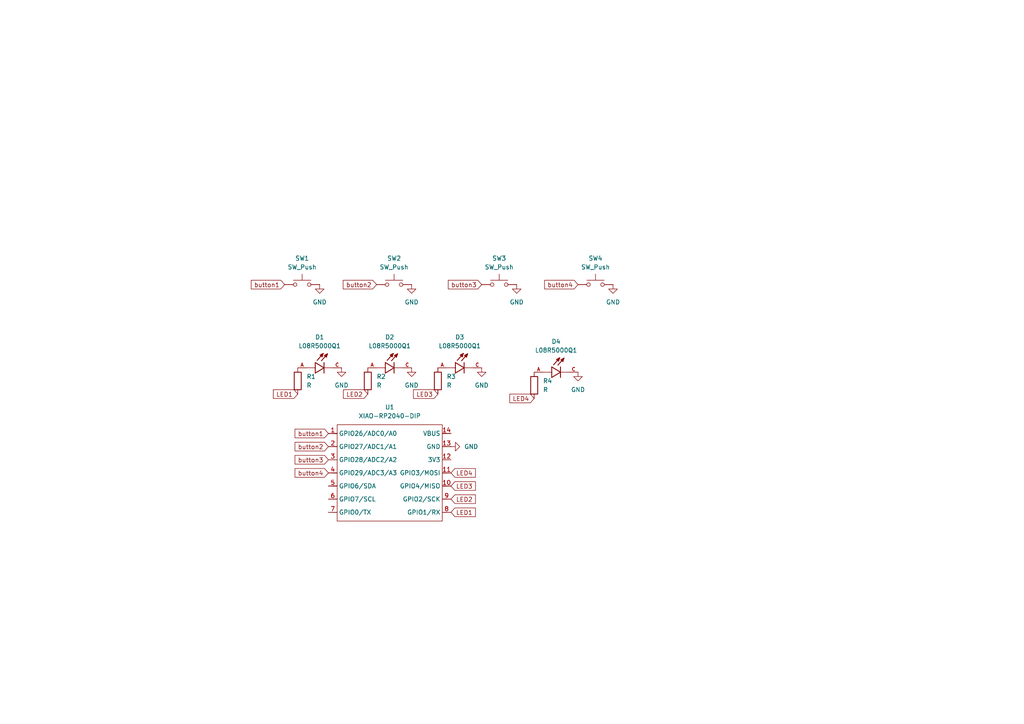
<source format=kicad_sch>
(kicad_sch
	(version 20250114)
	(generator "eeschema")
	(generator_version "9.0")
	(uuid "5b0e6531-4a99-4365-84a6-97d2a30b5a45")
	(paper "A4")
	(lib_symbols
		(symbol "Device:R"
			(pin_numbers
				(hide yes)
			)
			(pin_names
				(offset 0)
			)
			(exclude_from_sim no)
			(in_bom yes)
			(on_board yes)
			(property "Reference" "R"
				(at 2.032 0 90)
				(effects
					(font
						(size 1.27 1.27)
					)
				)
			)
			(property "Value" "R"
				(at 0 0 90)
				(effects
					(font
						(size 1.27 1.27)
					)
				)
			)
			(property "Footprint" ""
				(at -1.778 0 90)
				(effects
					(font
						(size 1.27 1.27)
					)
					(hide yes)
				)
			)
			(property "Datasheet" "~"
				(at 0 0 0)
				(effects
					(font
						(size 1.27 1.27)
					)
					(hide yes)
				)
			)
			(property "Description" "Resistor"
				(at 0 0 0)
				(effects
					(font
						(size 1.27 1.27)
					)
					(hide yes)
				)
			)
			(property "ki_keywords" "R res resistor"
				(at 0 0 0)
				(effects
					(font
						(size 1.27 1.27)
					)
					(hide yes)
				)
			)
			(property "ki_fp_filters" "R_*"
				(at 0 0 0)
				(effects
					(font
						(size 1.27 1.27)
					)
					(hide yes)
				)
			)
			(symbol "R_0_1"
				(rectangle
					(start -1.016 -2.54)
					(end 1.016 2.54)
					(stroke
						(width 0.254)
						(type default)
					)
					(fill
						(type none)
					)
				)
			)
			(symbol "R_1_1"
				(pin passive line
					(at 0 3.81 270)
					(length 1.27)
					(name "~"
						(effects
							(font
								(size 1.27 1.27)
							)
						)
					)
					(number "1"
						(effects
							(font
								(size 1.27 1.27)
							)
						)
					)
				)
				(pin passive line
					(at 0 -3.81 90)
					(length 1.27)
					(name "~"
						(effects
							(font
								(size 1.27 1.27)
							)
						)
					)
					(number "2"
						(effects
							(font
								(size 1.27 1.27)
							)
						)
					)
				)
			)
			(embedded_fonts no)
		)
		(symbol "L08R5000Q1:L08R5000Q1"
			(pin_names
				(offset 1.016)
			)
			(exclude_from_sim no)
			(in_bom yes)
			(on_board yes)
			(property "Reference" "D"
				(at -3.0988 4.4958 0)
				(effects
					(font
						(size 1.27 1.27)
					)
					(justify left bottom)
				)
			)
			(property "Value" "L08R5000Q1"
				(at -3.556 -3.302 0)
				(effects
					(font
						(size 1.27 1.27)
					)
					(justify left bottom)
				)
			)
			(property "Footprint" "L08R5000Q1:LEDRD254W57D500H1070"
				(at 0 0 0)
				(effects
					(font
						(size 1.27 1.27)
					)
					(justify bottom)
					(hide yes)
				)
			)
			(property "Datasheet" ""
				(at 0 0 0)
				(effects
					(font
						(size 1.27 1.27)
					)
					(hide yes)
				)
			)
			(property "Description" ""
				(at 0 0 0)
				(effects
					(font
						(size 1.27 1.27)
					)
					(hide yes)
				)
			)
			(property "MF" "LED Technology"
				(at 0 0 0)
				(effects
					(font
						(size 1.27 1.27)
					)
					(justify bottom)
					(hide yes)
				)
			)
			(property "MAXIMUM_PACKAGE_HEIGHT" "10.7mm"
				(at 0 0 0)
				(effects
					(font
						(size 1.27 1.27)
					)
					(justify bottom)
					(hide yes)
				)
			)
			(property "Package" "None"
				(at 0 0 0)
				(effects
					(font
						(size 1.27 1.27)
					)
					(justify bottom)
					(hide yes)
				)
			)
			(property "Price" "None"
				(at 0 0 0)
				(effects
					(font
						(size 1.27 1.27)
					)
					(justify bottom)
					(hide yes)
				)
			)
			(property "Check_prices" "https://www.snapeda.com/parts/L08R5000Q1/LED+Technology/view-part/?ref=eda"
				(at 0 0 0)
				(effects
					(font
						(size 1.27 1.27)
					)
					(justify bottom)
					(hide yes)
				)
			)
			(property "STANDARD" "IPC-7351B"
				(at 0 0 0)
				(effects
					(font
						(size 1.27 1.27)
					)
					(justify bottom)
					(hide yes)
				)
			)
			(property "PARTREV" "NA"
				(at 0 0 0)
				(effects
					(font
						(size 1.27 1.27)
					)
					(justify bottom)
					(hide yes)
				)
			)
			(property "SnapEDA_Link" "https://www.snapeda.com/parts/L08R5000Q1/LED+Technology/view-part/?ref=snap"
				(at 0 0 0)
				(effects
					(font
						(size 1.27 1.27)
					)
					(justify bottom)
					(hide yes)
				)
			)
			(property "MP" "L08R5000Q1"
				(at 0 0 0)
				(effects
					(font
						(size 1.27 1.27)
					)
					(justify bottom)
					(hide yes)
				)
			)
			(property "Description_1" "LED, 5MM, ORANGE; LED / Lamp Size: 5mm / T-1 3/4; LED Colour: Orange; Typ Luminous Intensity: 4.3mcd; Viewing Angle: ..."
				(at 0 0 0)
				(effects
					(font
						(size 1.27 1.27)
					)
					(justify bottom)
					(hide yes)
				)
			)
			(property "Availability" "Not in stock"
				(at 0 0 0)
				(effects
					(font
						(size 1.27 1.27)
					)
					(justify bottom)
					(hide yes)
				)
			)
			(property "MANUFACTURER" "LED TECHNOLOGY"
				(at 0 0 0)
				(effects
					(font
						(size 1.27 1.27)
					)
					(justify bottom)
					(hide yes)
				)
			)
			(symbol "L08R5000Q1_0_0"
				(polyline
					(pts
						(xy -2.54 1.524) (xy -2.54 0)
					)
					(stroke
						(width 0.254)
						(type default)
					)
					(fill
						(type none)
					)
				)
				(polyline
					(pts
						(xy -2.54 0) (xy -5.08 0)
					)
					(stroke
						(width 0.1524)
						(type default)
					)
					(fill
						(type none)
					)
				)
				(polyline
					(pts
						(xy -2.54 0) (xy -2.54 -1.524)
					)
					(stroke
						(width 0.254)
						(type default)
					)
					(fill
						(type none)
					)
				)
				(polyline
					(pts
						(xy -2.54 -1.524) (xy 0 0)
					)
					(stroke
						(width 0.254)
						(type default)
					)
					(fill
						(type none)
					)
				)
				(polyline
					(pts
						(xy -1.1176 3.683) (xy -0.2286 4.1656)
					)
					(stroke
						(width 0.254)
						(type default)
					)
					(fill
						(type none)
					)
				)
				(polyline
					(pts
						(xy -0.9398 3.6068) (xy -0.7112 3.7592)
					)
					(stroke
						(width 0.254)
						(type default)
					)
					(fill
						(type none)
					)
				)
				(polyline
					(pts
						(xy -0.5588 3.2004) (xy -1.1176 3.683)
					)
					(stroke
						(width 0.254)
						(type default)
					)
					(fill
						(type none)
					)
				)
				(polyline
					(pts
						(xy -0.5588 3.2004) (xy -0.5334 3.937)
					)
					(stroke
						(width 0.254)
						(type default)
					)
					(fill
						(type none)
					)
				)
				(polyline
					(pts
						(xy -0.5334 3.937) (xy -0.6604 3.937)
					)
					(stroke
						(width 0.254)
						(type default)
					)
					(fill
						(type none)
					)
				)
				(polyline
					(pts
						(xy -0.2286 4.1656) (xy -2.0066 2.1336)
					)
					(stroke
						(width 0.254)
						(type default)
					)
					(fill
						(type none)
					)
				)
				(polyline
					(pts
						(xy -0.2286 4.1656) (xy -0.5588 3.2004)
					)
					(stroke
						(width 0.254)
						(type default)
					)
					(fill
						(type none)
					)
				)
				(polyline
					(pts
						(xy 0 1.524) (xy 0 0)
					)
					(stroke
						(width 0.254)
						(type default)
					)
					(fill
						(type none)
					)
				)
				(polyline
					(pts
						(xy 0 0) (xy -2.54 1.524)
					)
					(stroke
						(width 0.254)
						(type default)
					)
					(fill
						(type none)
					)
				)
				(polyline
					(pts
						(xy 0 0) (xy 0 -1.524)
					)
					(stroke
						(width 0.254)
						(type default)
					)
					(fill
						(type none)
					)
				)
				(polyline
					(pts
						(xy 0.127 3.5814) (xy 1.016 4.064)
					)
					(stroke
						(width 0.254)
						(type default)
					)
					(fill
						(type none)
					)
				)
				(polyline
					(pts
						(xy 0.3048 3.5052) (xy 0.5334 3.6576)
					)
					(stroke
						(width 0.254)
						(type default)
					)
					(fill
						(type none)
					)
				)
				(polyline
					(pts
						(xy 0.6858 3.0988) (xy 0.127 3.5814)
					)
					(stroke
						(width 0.254)
						(type default)
					)
					(fill
						(type none)
					)
				)
				(polyline
					(pts
						(xy 0.6858 3.0988) (xy 0.7112 3.8354)
					)
					(stroke
						(width 0.254)
						(type default)
					)
					(fill
						(type none)
					)
				)
				(polyline
					(pts
						(xy 0.7112 3.8354) (xy 0.5842 3.8354)
					)
					(stroke
						(width 0.254)
						(type default)
					)
					(fill
						(type none)
					)
				)
				(polyline
					(pts
						(xy 1.016 4.064) (xy -0.762 2.032)
					)
					(stroke
						(width 0.254)
						(type default)
					)
					(fill
						(type none)
					)
				)
				(polyline
					(pts
						(xy 1.016 4.064) (xy 0.6858 3.0988)
					)
					(stroke
						(width 0.254)
						(type default)
					)
					(fill
						(type none)
					)
				)
				(polyline
					(pts
						(xy 2.54 0) (xy 0 0)
					)
					(stroke
						(width 0.1524)
						(type default)
					)
					(fill
						(type none)
					)
				)
				(pin passive line
					(at -7.62 0 0)
					(length 2.54)
					(name "~"
						(effects
							(font
								(size 1.016 1.016)
							)
						)
					)
					(number "A"
						(effects
							(font
								(size 1.016 1.016)
							)
						)
					)
				)
				(pin passive line
					(at 5.08 0 180)
					(length 2.54)
					(name "~"
						(effects
							(font
								(size 1.016 1.016)
							)
						)
					)
					(number "C"
						(effects
							(font
								(size 1.016 1.016)
							)
						)
					)
				)
			)
			(embedded_fonts no)
		)
		(symbol "Seeed_Studio_XIAO_Series:XIAO-RP2040-DIP"
			(exclude_from_sim no)
			(in_bom yes)
			(on_board yes)
			(property "Reference" "U"
				(at 0 0 0)
				(effects
					(font
						(size 1.27 1.27)
					)
				)
			)
			(property "Value" "XIAO-RP2040-DIP"
				(at 5.334 -1.778 0)
				(effects
					(font
						(size 1.27 1.27)
					)
				)
			)
			(property "Footprint" "Module:MOUDLE14P-XIAO-DIP-SMD"
				(at 14.478 -32.258 0)
				(effects
					(font
						(size 1.27 1.27)
					)
					(hide yes)
				)
			)
			(property "Datasheet" ""
				(at 0 0 0)
				(effects
					(font
						(size 1.27 1.27)
					)
					(hide yes)
				)
			)
			(property "Description" ""
				(at 0 0 0)
				(effects
					(font
						(size 1.27 1.27)
					)
					(hide yes)
				)
			)
			(symbol "XIAO-RP2040-DIP_1_0"
				(polyline
					(pts
						(xy -1.27 -2.54) (xy 29.21 -2.54)
					)
					(stroke
						(width 0.1524)
						(type solid)
					)
					(fill
						(type none)
					)
				)
				(polyline
					(pts
						(xy -1.27 -5.08) (xy -2.54 -5.08)
					)
					(stroke
						(width 0.1524)
						(type solid)
					)
					(fill
						(type none)
					)
				)
				(polyline
					(pts
						(xy -1.27 -5.08) (xy -1.27 -2.54)
					)
					(stroke
						(width 0.1524)
						(type solid)
					)
					(fill
						(type none)
					)
				)
				(polyline
					(pts
						(xy -1.27 -8.89) (xy -2.54 -8.89)
					)
					(stroke
						(width 0.1524)
						(type solid)
					)
					(fill
						(type none)
					)
				)
				(polyline
					(pts
						(xy -1.27 -8.89) (xy -1.27 -5.08)
					)
					(stroke
						(width 0.1524)
						(type solid)
					)
					(fill
						(type none)
					)
				)
				(polyline
					(pts
						(xy -1.27 -12.7) (xy -2.54 -12.7)
					)
					(stroke
						(width 0.1524)
						(type solid)
					)
					(fill
						(type none)
					)
				)
				(polyline
					(pts
						(xy -1.27 -12.7) (xy -1.27 -8.89)
					)
					(stroke
						(width 0.1524)
						(type solid)
					)
					(fill
						(type none)
					)
				)
				(polyline
					(pts
						(xy -1.27 -16.51) (xy -2.54 -16.51)
					)
					(stroke
						(width 0.1524)
						(type solid)
					)
					(fill
						(type none)
					)
				)
				(polyline
					(pts
						(xy -1.27 -16.51) (xy -1.27 -12.7)
					)
					(stroke
						(width 0.1524)
						(type solid)
					)
					(fill
						(type none)
					)
				)
				(polyline
					(pts
						(xy -1.27 -20.32) (xy -2.54 -20.32)
					)
					(stroke
						(width 0.1524)
						(type solid)
					)
					(fill
						(type none)
					)
				)
				(polyline
					(pts
						(xy -1.27 -24.13) (xy -2.54 -24.13)
					)
					(stroke
						(width 0.1524)
						(type solid)
					)
					(fill
						(type none)
					)
				)
				(polyline
					(pts
						(xy -1.27 -27.94) (xy -2.54 -27.94)
					)
					(stroke
						(width 0.1524)
						(type solid)
					)
					(fill
						(type none)
					)
				)
				(polyline
					(pts
						(xy -1.27 -30.48) (xy -1.27 -16.51)
					)
					(stroke
						(width 0.1524)
						(type solid)
					)
					(fill
						(type none)
					)
				)
				(polyline
					(pts
						(xy 29.21 -2.54) (xy 29.21 -5.08)
					)
					(stroke
						(width 0.1524)
						(type solid)
					)
					(fill
						(type none)
					)
				)
				(polyline
					(pts
						(xy 29.21 -5.08) (xy 29.21 -8.89)
					)
					(stroke
						(width 0.1524)
						(type solid)
					)
					(fill
						(type none)
					)
				)
				(polyline
					(pts
						(xy 29.21 -8.89) (xy 29.21 -12.7)
					)
					(stroke
						(width 0.1524)
						(type solid)
					)
					(fill
						(type none)
					)
				)
				(polyline
					(pts
						(xy 29.21 -12.7) (xy 29.21 -30.48)
					)
					(stroke
						(width 0.1524)
						(type solid)
					)
					(fill
						(type none)
					)
				)
				(polyline
					(pts
						(xy 29.21 -30.48) (xy -1.27 -30.48)
					)
					(stroke
						(width 0.1524)
						(type solid)
					)
					(fill
						(type none)
					)
				)
				(polyline
					(pts
						(xy 30.48 -5.08) (xy 29.21 -5.08)
					)
					(stroke
						(width 0.1524)
						(type solid)
					)
					(fill
						(type none)
					)
				)
				(polyline
					(pts
						(xy 30.48 -8.89) (xy 29.21 -8.89)
					)
					(stroke
						(width 0.1524)
						(type solid)
					)
					(fill
						(type none)
					)
				)
				(polyline
					(pts
						(xy 30.48 -12.7) (xy 29.21 -12.7)
					)
					(stroke
						(width 0.1524)
						(type solid)
					)
					(fill
						(type none)
					)
				)
				(polyline
					(pts
						(xy 30.48 -16.51) (xy 29.21 -16.51)
					)
					(stroke
						(width 0.1524)
						(type solid)
					)
					(fill
						(type none)
					)
				)
				(polyline
					(pts
						(xy 30.48 -20.32) (xy 29.21 -20.32)
					)
					(stroke
						(width 0.1524)
						(type solid)
					)
					(fill
						(type none)
					)
				)
				(polyline
					(pts
						(xy 30.48 -24.13) (xy 29.21 -24.13)
					)
					(stroke
						(width 0.1524)
						(type solid)
					)
					(fill
						(type none)
					)
				)
				(polyline
					(pts
						(xy 30.48 -27.94) (xy 29.21 -27.94)
					)
					(stroke
						(width 0.1524)
						(type solid)
					)
					(fill
						(type none)
					)
				)
				(pin passive line
					(at -3.81 -5.08 0)
					(length 2.54)
					(name "GPIO26/ADC0/A0"
						(effects
							(font
								(size 1.27 1.27)
							)
						)
					)
					(number "1"
						(effects
							(font
								(size 1.27 1.27)
							)
						)
					)
				)
				(pin passive line
					(at -3.81 -8.89 0)
					(length 2.54)
					(name "GPIO27/ADC1/A1"
						(effects
							(font
								(size 1.27 1.27)
							)
						)
					)
					(number "2"
						(effects
							(font
								(size 1.27 1.27)
							)
						)
					)
				)
				(pin passive line
					(at -3.81 -12.7 0)
					(length 2.54)
					(name "GPIO28/ADC2/A2"
						(effects
							(font
								(size 1.27 1.27)
							)
						)
					)
					(number "3"
						(effects
							(font
								(size 1.27 1.27)
							)
						)
					)
				)
				(pin passive line
					(at -3.81 -16.51 0)
					(length 2.54)
					(name "GPIO29/ADC3/A3"
						(effects
							(font
								(size 1.27 1.27)
							)
						)
					)
					(number "4"
						(effects
							(font
								(size 1.27 1.27)
							)
						)
					)
				)
				(pin passive line
					(at -3.81 -20.32 0)
					(length 2.54)
					(name "GPIO6/SDA"
						(effects
							(font
								(size 1.27 1.27)
							)
						)
					)
					(number "5"
						(effects
							(font
								(size 1.27 1.27)
							)
						)
					)
				)
				(pin passive line
					(at -3.81 -24.13 0)
					(length 2.54)
					(name "GPIO7/SCL"
						(effects
							(font
								(size 1.27 1.27)
							)
						)
					)
					(number "6"
						(effects
							(font
								(size 1.27 1.27)
							)
						)
					)
				)
				(pin passive line
					(at -3.81 -27.94 0)
					(length 2.54)
					(name "GPIO0/TX"
						(effects
							(font
								(size 1.27 1.27)
							)
						)
					)
					(number "7"
						(effects
							(font
								(size 1.27 1.27)
							)
						)
					)
				)
				(pin passive line
					(at 31.75 -5.08 180)
					(length 2.54)
					(name "VBUS"
						(effects
							(font
								(size 1.27 1.27)
							)
						)
					)
					(number "14"
						(effects
							(font
								(size 1.27 1.27)
							)
						)
					)
				)
				(pin passive line
					(at 31.75 -8.89 180)
					(length 2.54)
					(name "GND"
						(effects
							(font
								(size 1.27 1.27)
							)
						)
					)
					(number "13"
						(effects
							(font
								(size 1.27 1.27)
							)
						)
					)
				)
				(pin passive line
					(at 31.75 -12.7 180)
					(length 2.54)
					(name "3V3"
						(effects
							(font
								(size 1.27 1.27)
							)
						)
					)
					(number "12"
						(effects
							(font
								(size 1.27 1.27)
							)
						)
					)
				)
				(pin passive line
					(at 31.75 -16.51 180)
					(length 2.54)
					(name "GPIO3/MOSI"
						(effects
							(font
								(size 1.27 1.27)
							)
						)
					)
					(number "11"
						(effects
							(font
								(size 1.27 1.27)
							)
						)
					)
				)
				(pin passive line
					(at 31.75 -20.32 180)
					(length 2.54)
					(name "GPIO4/MISO"
						(effects
							(font
								(size 1.27 1.27)
							)
						)
					)
					(number "10"
						(effects
							(font
								(size 1.27 1.27)
							)
						)
					)
				)
				(pin passive line
					(at 31.75 -24.13 180)
					(length 2.54)
					(name "GPIO2/SCK"
						(effects
							(font
								(size 1.27 1.27)
							)
						)
					)
					(number "9"
						(effects
							(font
								(size 1.27 1.27)
							)
						)
					)
				)
				(pin passive line
					(at 31.75 -27.94 180)
					(length 2.54)
					(name "GPIO1/RX"
						(effects
							(font
								(size 1.27 1.27)
							)
						)
					)
					(number "8"
						(effects
							(font
								(size 1.27 1.27)
							)
						)
					)
				)
			)
			(embedded_fonts no)
		)
		(symbol "Switch:SW_Push"
			(pin_numbers
				(hide yes)
			)
			(pin_names
				(offset 1.016)
				(hide yes)
			)
			(exclude_from_sim no)
			(in_bom yes)
			(on_board yes)
			(property "Reference" "SW"
				(at 1.27 2.54 0)
				(effects
					(font
						(size 1.27 1.27)
					)
					(justify left)
				)
			)
			(property "Value" "SW_Push"
				(at 0 -1.524 0)
				(effects
					(font
						(size 1.27 1.27)
					)
				)
			)
			(property "Footprint" ""
				(at 0 5.08 0)
				(effects
					(font
						(size 1.27 1.27)
					)
					(hide yes)
				)
			)
			(property "Datasheet" "~"
				(at 0 5.08 0)
				(effects
					(font
						(size 1.27 1.27)
					)
					(hide yes)
				)
			)
			(property "Description" "Push button switch, generic, two pins"
				(at 0 0 0)
				(effects
					(font
						(size 1.27 1.27)
					)
					(hide yes)
				)
			)
			(property "ki_keywords" "switch normally-open pushbutton push-button"
				(at 0 0 0)
				(effects
					(font
						(size 1.27 1.27)
					)
					(hide yes)
				)
			)
			(symbol "SW_Push_0_1"
				(circle
					(center -2.032 0)
					(radius 0.508)
					(stroke
						(width 0)
						(type default)
					)
					(fill
						(type none)
					)
				)
				(polyline
					(pts
						(xy 0 1.27) (xy 0 3.048)
					)
					(stroke
						(width 0)
						(type default)
					)
					(fill
						(type none)
					)
				)
				(circle
					(center 2.032 0)
					(radius 0.508)
					(stroke
						(width 0)
						(type default)
					)
					(fill
						(type none)
					)
				)
				(polyline
					(pts
						(xy 2.54 1.27) (xy -2.54 1.27)
					)
					(stroke
						(width 0)
						(type default)
					)
					(fill
						(type none)
					)
				)
				(pin passive line
					(at -5.08 0 0)
					(length 2.54)
					(name "1"
						(effects
							(font
								(size 1.27 1.27)
							)
						)
					)
					(number "1"
						(effects
							(font
								(size 1.27 1.27)
							)
						)
					)
				)
				(pin passive line
					(at 5.08 0 180)
					(length 2.54)
					(name "2"
						(effects
							(font
								(size 1.27 1.27)
							)
						)
					)
					(number "2"
						(effects
							(font
								(size 1.27 1.27)
							)
						)
					)
				)
			)
			(embedded_fonts no)
		)
		(symbol "power:GND"
			(power)
			(pin_numbers
				(hide yes)
			)
			(pin_names
				(offset 0)
				(hide yes)
			)
			(exclude_from_sim no)
			(in_bom yes)
			(on_board yes)
			(property "Reference" "#PWR"
				(at 0 -6.35 0)
				(effects
					(font
						(size 1.27 1.27)
					)
					(hide yes)
				)
			)
			(property "Value" "GND"
				(at 0 -3.81 0)
				(effects
					(font
						(size 1.27 1.27)
					)
				)
			)
			(property "Footprint" ""
				(at 0 0 0)
				(effects
					(font
						(size 1.27 1.27)
					)
					(hide yes)
				)
			)
			(property "Datasheet" ""
				(at 0 0 0)
				(effects
					(font
						(size 1.27 1.27)
					)
					(hide yes)
				)
			)
			(property "Description" "Power symbol creates a global label with name \"GND\" , ground"
				(at 0 0 0)
				(effects
					(font
						(size 1.27 1.27)
					)
					(hide yes)
				)
			)
			(property "ki_keywords" "global power"
				(at 0 0 0)
				(effects
					(font
						(size 1.27 1.27)
					)
					(hide yes)
				)
			)
			(symbol "GND_0_1"
				(polyline
					(pts
						(xy 0 0) (xy 0 -1.27) (xy 1.27 -1.27) (xy 0 -2.54) (xy -1.27 -1.27) (xy 0 -1.27)
					)
					(stroke
						(width 0)
						(type default)
					)
					(fill
						(type none)
					)
				)
			)
			(symbol "GND_1_1"
				(pin power_in line
					(at 0 0 270)
					(length 0)
					(name "~"
						(effects
							(font
								(size 1.27 1.27)
							)
						)
					)
					(number "1"
						(effects
							(font
								(size 1.27 1.27)
							)
						)
					)
				)
			)
			(embedded_fonts no)
		)
	)
	(global_label "button4"
		(shape input)
		(at 95.25 137.16 180)
		(fields_autoplaced yes)
		(effects
			(font
				(size 1.27 1.27)
			)
			(justify right)
		)
		(uuid "21b6498b-d04b-4239-9477-a88495545a91")
		(property "Intersheetrefs" "${INTERSHEET_REFS}"
			(at 85.0079 137.16 0)
			(effects
				(font
					(size 1.27 1.27)
				)
				(justify right)
				(hide yes)
			)
		)
	)
	(global_label "button1"
		(shape input)
		(at 95.25 125.73 180)
		(fields_autoplaced yes)
		(effects
			(font
				(size 1.27 1.27)
			)
			(justify right)
		)
		(uuid "23641a44-c4d7-491a-9b02-873c0b6c2463")
		(property "Intersheetrefs" "${INTERSHEET_REFS}"
			(at 85.0079 125.73 0)
			(effects
				(font
					(size 1.27 1.27)
				)
				(justify right)
				(hide yes)
			)
		)
	)
	(global_label "button1"
		(shape input)
		(at 82.55 82.55 180)
		(fields_autoplaced yes)
		(effects
			(font
				(size 1.27 1.27)
			)
			(justify right)
		)
		(uuid "2dec81f8-29b7-4db8-b448-2a8144e7bb7f")
		(property "Intersheetrefs" "${INTERSHEET_REFS}"
			(at 72.3079 82.55 0)
			(effects
				(font
					(size 1.27 1.27)
				)
				(justify right)
				(hide yes)
			)
		)
	)
	(global_label "LED3"
		(shape input)
		(at 127 114.3 180)
		(fields_autoplaced yes)
		(effects
			(font
				(size 1.27 1.27)
			)
			(justify right)
		)
		(uuid "337ea501-6f06-4686-802d-a1a9ef08b1f1")
		(property "Intersheetrefs" "${INTERSHEET_REFS}"
			(at 119.3582 114.3 0)
			(effects
				(font
					(size 1.27 1.27)
				)
				(justify right)
				(hide yes)
			)
		)
	)
	(global_label "LED2"
		(shape input)
		(at 130.81 144.78 0)
		(fields_autoplaced yes)
		(effects
			(font
				(size 1.27 1.27)
			)
			(justify left)
		)
		(uuid "4ef1d3f3-941e-4bca-9c13-6f134a509337")
		(property "Intersheetrefs" "${INTERSHEET_REFS}"
			(at 138.4518 144.78 0)
			(effects
				(font
					(size 1.27 1.27)
				)
				(justify left)
				(hide yes)
			)
		)
	)
	(global_label "LED1"
		(shape input)
		(at 86.36 114.3 180)
		(fields_autoplaced yes)
		(effects
			(font
				(size 1.27 1.27)
			)
			(justify right)
		)
		(uuid "67ceb209-bd90-4d03-b2ba-06eb0ea3e6b1")
		(property "Intersheetrefs" "${INTERSHEET_REFS}"
			(at 78.7182 114.3 0)
			(effects
				(font
					(size 1.27 1.27)
				)
				(justify right)
				(hide yes)
			)
		)
	)
	(global_label "LED4"
		(shape input)
		(at 154.94 115.57 180)
		(fields_autoplaced yes)
		(effects
			(font
				(size 1.27 1.27)
			)
			(justify right)
		)
		(uuid "6d837585-b97e-462a-a80f-ba6f6981e91c")
		(property "Intersheetrefs" "${INTERSHEET_REFS}"
			(at 147.2982 115.57 0)
			(effects
				(font
					(size 1.27 1.27)
				)
				(justify right)
				(hide yes)
			)
		)
	)
	(global_label "LED2"
		(shape input)
		(at 106.68 114.3 180)
		(fields_autoplaced yes)
		(effects
			(font
				(size 1.27 1.27)
			)
			(justify right)
		)
		(uuid "8a3e73f6-737d-41e5-b824-ee5405ed410f")
		(property "Intersheetrefs" "${INTERSHEET_REFS}"
			(at 99.0382 114.3 0)
			(effects
				(font
					(size 1.27 1.27)
				)
				(justify right)
				(hide yes)
			)
		)
	)
	(global_label "LED1"
		(shape input)
		(at 130.81 148.59 0)
		(fields_autoplaced yes)
		(effects
			(font
				(size 1.27 1.27)
			)
			(justify left)
		)
		(uuid "98f035f7-901f-458d-a480-8eab557e8ae4")
		(property "Intersheetrefs" "${INTERSHEET_REFS}"
			(at 138.4518 148.59 0)
			(effects
				(font
					(size 1.27 1.27)
				)
				(justify left)
				(hide yes)
			)
		)
	)
	(global_label "button2"
		(shape input)
		(at 95.25 129.54 180)
		(fields_autoplaced yes)
		(effects
			(font
				(size 1.27 1.27)
			)
			(justify right)
		)
		(uuid "9f50d061-e6db-4217-aa6a-f852358ed6ac")
		(property "Intersheetrefs" "${INTERSHEET_REFS}"
			(at 85.0079 129.54 0)
			(effects
				(font
					(size 1.27 1.27)
				)
				(justify right)
				(hide yes)
			)
		)
	)
	(global_label "LED4"
		(shape input)
		(at 130.81 137.16 0)
		(fields_autoplaced yes)
		(effects
			(font
				(size 1.27 1.27)
			)
			(justify left)
		)
		(uuid "af99723a-f687-4804-a9ca-96e1b6da0cc4")
		(property "Intersheetrefs" "${INTERSHEET_REFS}"
			(at 138.4518 137.16 0)
			(effects
				(font
					(size 1.27 1.27)
				)
				(justify left)
				(hide yes)
			)
		)
	)
	(global_label "button2"
		(shape input)
		(at 109.22 82.55 180)
		(fields_autoplaced yes)
		(effects
			(font
				(size 1.27 1.27)
			)
			(justify right)
		)
		(uuid "bd4d1891-20ec-4c55-b13d-b55d2e9bdd19")
		(property "Intersheetrefs" "${INTERSHEET_REFS}"
			(at 98.9779 82.55 0)
			(effects
				(font
					(size 1.27 1.27)
				)
				(justify right)
				(hide yes)
			)
		)
	)
	(global_label "button3"
		(shape input)
		(at 95.25 133.35 180)
		(fields_autoplaced yes)
		(effects
			(font
				(size 1.27 1.27)
			)
			(justify right)
		)
		(uuid "c81cacb7-dde4-48f2-8442-39322ed267e4")
		(property "Intersheetrefs" "${INTERSHEET_REFS}"
			(at 85.0079 133.35 0)
			(effects
				(font
					(size 1.27 1.27)
				)
				(justify right)
				(hide yes)
			)
		)
	)
	(global_label "LED3"
		(shape input)
		(at 130.81 140.97 0)
		(fields_autoplaced yes)
		(effects
			(font
				(size 1.27 1.27)
			)
			(justify left)
		)
		(uuid "cdbd6723-475a-419e-990e-9d69a4cb2541")
		(property "Intersheetrefs" "${INTERSHEET_REFS}"
			(at 138.4518 140.97 0)
			(effects
				(font
					(size 1.27 1.27)
				)
				(justify left)
				(hide yes)
			)
		)
	)
	(global_label "button3"
		(shape input)
		(at 139.7 82.55 180)
		(fields_autoplaced yes)
		(effects
			(font
				(size 1.27 1.27)
			)
			(justify right)
		)
		(uuid "cef0fc30-d4b5-4152-b46c-fa4782a9fcb4")
		(property "Intersheetrefs" "${INTERSHEET_REFS}"
			(at 129.4579 82.55 0)
			(effects
				(font
					(size 1.27 1.27)
				)
				(justify right)
				(hide yes)
			)
		)
	)
	(global_label "button4"
		(shape input)
		(at 167.64 82.55 180)
		(fields_autoplaced yes)
		(effects
			(font
				(size 1.27 1.27)
			)
			(justify right)
		)
		(uuid "f1725243-3bdf-48cc-9a3c-622727fbe69f")
		(property "Intersheetrefs" "${INTERSHEET_REFS}"
			(at 157.3979 82.55 0)
			(effects
				(font
					(size 1.27 1.27)
				)
				(justify right)
				(hide yes)
			)
		)
	)
	(symbol
		(lib_id "Device:R")
		(at 127 110.49 0)
		(unit 1)
		(exclude_from_sim no)
		(in_bom yes)
		(on_board yes)
		(dnp no)
		(fields_autoplaced yes)
		(uuid "0717c760-a055-4e04-868b-94219645acce")
		(property "Reference" "R3"
			(at 129.54 109.2199 0)
			(effects
				(font
					(size 1.27 1.27)
				)
				(justify left)
			)
		)
		(property "Value" "R"
			(at 129.54 111.7599 0)
			(effects
				(font
					(size 1.27 1.27)
				)
				(justify left)
			)
		)
		(property "Footprint" "Resistor_THT:R_Axial_DIN0204_L3.6mm_D1.6mm_P5.08mm_Horizontal"
			(at 125.222 110.49 90)
			(effects
				(font
					(size 1.27 1.27)
				)
				(hide yes)
			)
		)
		(property "Datasheet" "~"
			(at 127 110.49 0)
			(effects
				(font
					(size 1.27 1.27)
				)
				(hide yes)
			)
		)
		(property "Description" "Resistor"
			(at 127 110.49 0)
			(effects
				(font
					(size 1.27 1.27)
				)
				(hide yes)
			)
		)
		(pin "1"
			(uuid "d4100913-5496-4bd0-9477-fa2c447b9b4b")
		)
		(pin "2"
			(uuid "9c5b62bc-f17a-49e3-8d4e-f55e8ac326bd")
		)
		(instances
			(project "pathfinder"
				(path "/5b0e6531-4a99-4365-84a6-97d2a30b5a45"
					(reference "R3")
					(unit 1)
				)
			)
		)
	)
	(symbol
		(lib_id "power:GND")
		(at 119.38 106.68 0)
		(unit 1)
		(exclude_from_sim no)
		(in_bom yes)
		(on_board yes)
		(dnp no)
		(fields_autoplaced yes)
		(uuid "08f6d954-c762-4dd7-b985-1ebc18af9663")
		(property "Reference" "#PWR06"
			(at 119.38 113.03 0)
			(effects
				(font
					(size 1.27 1.27)
				)
				(hide yes)
			)
		)
		(property "Value" "GND"
			(at 119.38 111.76 0)
			(effects
				(font
					(size 1.27 1.27)
				)
			)
		)
		(property "Footprint" ""
			(at 119.38 106.68 0)
			(effects
				(font
					(size 1.27 1.27)
				)
				(hide yes)
			)
		)
		(property "Datasheet" ""
			(at 119.38 106.68 0)
			(effects
				(font
					(size 1.27 1.27)
				)
				(hide yes)
			)
		)
		(property "Description" "Power symbol creates a global label with name \"GND\" , ground"
			(at 119.38 106.68 0)
			(effects
				(font
					(size 1.27 1.27)
				)
				(hide yes)
			)
		)
		(pin "1"
			(uuid "4654e5ec-a8ab-4615-a254-309617dfb79f")
		)
		(instances
			(project "pathfinder"
				(path "/5b0e6531-4a99-4365-84a6-97d2a30b5a45"
					(reference "#PWR06")
					(unit 1)
				)
			)
		)
	)
	(symbol
		(lib_id "power:GND")
		(at 139.7 106.68 0)
		(unit 1)
		(exclude_from_sim no)
		(in_bom yes)
		(on_board yes)
		(dnp no)
		(fields_autoplaced yes)
		(uuid "0a205533-1f2f-4e10-8337-68c8ab8c323e")
		(property "Reference" "#PWR05"
			(at 139.7 113.03 0)
			(effects
				(font
					(size 1.27 1.27)
				)
				(hide yes)
			)
		)
		(property "Value" "GND"
			(at 139.7 111.76 0)
			(effects
				(font
					(size 1.27 1.27)
				)
			)
		)
		(property "Footprint" ""
			(at 139.7 106.68 0)
			(effects
				(font
					(size 1.27 1.27)
				)
				(hide yes)
			)
		)
		(property "Datasheet" ""
			(at 139.7 106.68 0)
			(effects
				(font
					(size 1.27 1.27)
				)
				(hide yes)
			)
		)
		(property "Description" "Power symbol creates a global label with name \"GND\" , ground"
			(at 139.7 106.68 0)
			(effects
				(font
					(size 1.27 1.27)
				)
				(hide yes)
			)
		)
		(pin "1"
			(uuid "f2230670-acc9-4583-b8c9-399d610e2567")
		)
		(instances
			(project "pathfinder"
				(path "/5b0e6531-4a99-4365-84a6-97d2a30b5a45"
					(reference "#PWR05")
					(unit 1)
				)
			)
		)
	)
	(symbol
		(lib_id "power:GND")
		(at 92.71 82.55 0)
		(unit 1)
		(exclude_from_sim no)
		(in_bom yes)
		(on_board yes)
		(dnp no)
		(fields_autoplaced yes)
		(uuid "1694c52a-09d4-423b-a498-94256597ec29")
		(property "Reference" "#PWR01"
			(at 92.71 88.9 0)
			(effects
				(font
					(size 1.27 1.27)
				)
				(hide yes)
			)
		)
		(property "Value" "GND"
			(at 92.71 87.63 0)
			(effects
				(font
					(size 1.27 1.27)
				)
			)
		)
		(property "Footprint" ""
			(at 92.71 82.55 0)
			(effects
				(font
					(size 1.27 1.27)
				)
				(hide yes)
			)
		)
		(property "Datasheet" ""
			(at 92.71 82.55 0)
			(effects
				(font
					(size 1.27 1.27)
				)
				(hide yes)
			)
		)
		(property "Description" "Power symbol creates a global label with name \"GND\" , ground"
			(at 92.71 82.55 0)
			(effects
				(font
					(size 1.27 1.27)
				)
				(hide yes)
			)
		)
		(pin "1"
			(uuid "65e9eaed-24d3-40e9-a39c-e002c03ef0b5")
		)
		(instances
			(project ""
				(path "/5b0e6531-4a99-4365-84a6-97d2a30b5a45"
					(reference "#PWR01")
					(unit 1)
				)
			)
		)
	)
	(symbol
		(lib_id "power:GND")
		(at 99.06 106.68 0)
		(unit 1)
		(exclude_from_sim no)
		(in_bom yes)
		(on_board yes)
		(dnp no)
		(fields_autoplaced yes)
		(uuid "3531db6f-19ea-4476-b889-596bb94000b1")
		(property "Reference" "#PWR07"
			(at 99.06 113.03 0)
			(effects
				(font
					(size 1.27 1.27)
				)
				(hide yes)
			)
		)
		(property "Value" "GND"
			(at 99.06 111.76 0)
			(effects
				(font
					(size 1.27 1.27)
				)
			)
		)
		(property "Footprint" ""
			(at 99.06 106.68 0)
			(effects
				(font
					(size 1.27 1.27)
				)
				(hide yes)
			)
		)
		(property "Datasheet" ""
			(at 99.06 106.68 0)
			(effects
				(font
					(size 1.27 1.27)
				)
				(hide yes)
			)
		)
		(property "Description" "Power symbol creates a global label with name \"GND\" , ground"
			(at 99.06 106.68 0)
			(effects
				(font
					(size 1.27 1.27)
				)
				(hide yes)
			)
		)
		(pin "1"
			(uuid "c75bd5ef-e838-4b25-8cf9-e6ea2d3c743f")
		)
		(instances
			(project "pathfinder"
				(path "/5b0e6531-4a99-4365-84a6-97d2a30b5a45"
					(reference "#PWR07")
					(unit 1)
				)
			)
		)
	)
	(symbol
		(lib_id "L08R5000Q1:L08R5000Q1")
		(at 114.3 106.68 0)
		(unit 1)
		(exclude_from_sim no)
		(in_bom yes)
		(on_board yes)
		(dnp no)
		(fields_autoplaced yes)
		(uuid "4b4336a4-0baf-4012-96d5-2ca89234f31f")
		(property "Reference" "D2"
			(at 113.03 97.79 0)
			(effects
				(font
					(size 1.27 1.27)
				)
			)
		)
		(property "Value" "L08R5000Q1"
			(at 113.03 100.33 0)
			(effects
				(font
					(size 1.27 1.27)
				)
			)
		)
		(property "Footprint" "L08R5000Q1:LEDRD254W57D500H1070"
			(at 114.3 106.68 0)
			(effects
				(font
					(size 1.27 1.27)
				)
				(justify bottom)
				(hide yes)
			)
		)
		(property "Datasheet" ""
			(at 114.3 106.68 0)
			(effects
				(font
					(size 1.27 1.27)
				)
				(hide yes)
			)
		)
		(property "Description" ""
			(at 114.3 106.68 0)
			(effects
				(font
					(size 1.27 1.27)
				)
				(hide yes)
			)
		)
		(property "MF" "LED Technology"
			(at 114.3 106.68 0)
			(effects
				(font
					(size 1.27 1.27)
				)
				(justify bottom)
				(hide yes)
			)
		)
		(property "MAXIMUM_PACKAGE_HEIGHT" "10.7mm"
			(at 114.3 106.68 0)
			(effects
				(font
					(size 1.27 1.27)
				)
				(justify bottom)
				(hide yes)
			)
		)
		(property "Package" "None"
			(at 114.3 106.68 0)
			(effects
				(font
					(size 1.27 1.27)
				)
				(justify bottom)
				(hide yes)
			)
		)
		(property "Price" "None"
			(at 114.3 106.68 0)
			(effects
				(font
					(size 1.27 1.27)
				)
				(justify bottom)
				(hide yes)
			)
		)
		(property "Check_prices" "https://www.snapeda.com/parts/L08R5000Q1/LED+Technology/view-part/?ref=eda"
			(at 114.3 106.68 0)
			(effects
				(font
					(size 1.27 1.27)
				)
				(justify bottom)
				(hide yes)
			)
		)
		(property "STANDARD" "IPC-7351B"
			(at 114.3 106.68 0)
			(effects
				(font
					(size 1.27 1.27)
				)
				(justify bottom)
				(hide yes)
			)
		)
		(property "PARTREV" "NA"
			(at 114.3 106.68 0)
			(effects
				(font
					(size 1.27 1.27)
				)
				(justify bottom)
				(hide yes)
			)
		)
		(property "SnapEDA_Link" "https://www.snapeda.com/parts/L08R5000Q1/LED+Technology/view-part/?ref=snap"
			(at 114.3 106.68 0)
			(effects
				(font
					(size 1.27 1.27)
				)
				(justify bottom)
				(hide yes)
			)
		)
		(property "MP" "L08R5000Q1"
			(at 114.3 106.68 0)
			(effects
				(font
					(size 1.27 1.27)
				)
				(justify bottom)
				(hide yes)
			)
		)
		(property "Description_1" "LED, 5MM, ORANGE; LED / Lamp Size: 5mm / T-1 3/4; LED Colour: Orange; Typ Luminous Intensity: 4.3mcd; Viewing Angle: ..."
			(at 114.3 106.68 0)
			(effects
				(font
					(size 1.27 1.27)
				)
				(justify bottom)
				(hide yes)
			)
		)
		(property "Availability" "Not in stock"
			(at 114.3 106.68 0)
			(effects
				(font
					(size 1.27 1.27)
				)
				(justify bottom)
				(hide yes)
			)
		)
		(property "MANUFACTURER" "LED TECHNOLOGY"
			(at 114.3 106.68 0)
			(effects
				(font
					(size 1.27 1.27)
				)
				(justify bottom)
				(hide yes)
			)
		)
		(pin "A"
			(uuid "56aad5d9-647c-4cbb-9314-05c7a4aec80c")
		)
		(pin "C"
			(uuid "cbe3d32c-4777-431a-8f14-57e1e1361ffd")
		)
		(instances
			(project "pathfinder"
				(path "/5b0e6531-4a99-4365-84a6-97d2a30b5a45"
					(reference "D2")
					(unit 1)
				)
			)
		)
	)
	(symbol
		(lib_id "Switch:SW_Push")
		(at 144.78 82.55 0)
		(unit 1)
		(exclude_from_sim no)
		(in_bom yes)
		(on_board yes)
		(dnp no)
		(fields_autoplaced yes)
		(uuid "5a02d92a-438a-44b7-8451-78236699805b")
		(property "Reference" "SW3"
			(at 144.78 74.93 0)
			(effects
				(font
					(size 1.27 1.27)
				)
			)
		)
		(property "Value" "SW_Push"
			(at 144.78 77.47 0)
			(effects
				(font
					(size 1.27 1.27)
				)
			)
		)
		(property "Footprint" "Button_Switch_Keyboard:SW_Cherry_MX_1.00u_PCB"
			(at 144.78 77.47 0)
			(effects
				(font
					(size 1.27 1.27)
				)
				(hide yes)
			)
		)
		(property "Datasheet" "~"
			(at 144.78 77.47 0)
			(effects
				(font
					(size 1.27 1.27)
				)
				(hide yes)
			)
		)
		(property "Description" "Push button switch, generic, two pins"
			(at 144.78 82.55 0)
			(effects
				(font
					(size 1.27 1.27)
				)
				(hide yes)
			)
		)
		(pin "1"
			(uuid "c33fb1ca-893b-42cc-b528-1a26bb135aef")
		)
		(pin "2"
			(uuid "1a9b2c24-641b-43a2-bcb3-6779bbade7c6")
		)
		(instances
			(project "pathfinder"
				(path "/5b0e6531-4a99-4365-84a6-97d2a30b5a45"
					(reference "SW3")
					(unit 1)
				)
			)
		)
	)
	(symbol
		(lib_id "power:GND")
		(at 177.8 82.55 0)
		(unit 1)
		(exclude_from_sim no)
		(in_bom yes)
		(on_board yes)
		(dnp no)
		(fields_autoplaced yes)
		(uuid "5e8e81fb-d123-43cd-99b1-0823863e9f32")
		(property "Reference" "#PWR08"
			(at 177.8 88.9 0)
			(effects
				(font
					(size 1.27 1.27)
				)
				(hide yes)
			)
		)
		(property "Value" "GND"
			(at 177.8 87.63 0)
			(effects
				(font
					(size 1.27 1.27)
				)
			)
		)
		(property "Footprint" ""
			(at 177.8 82.55 0)
			(effects
				(font
					(size 1.27 1.27)
				)
				(hide yes)
			)
		)
		(property "Datasheet" ""
			(at 177.8 82.55 0)
			(effects
				(font
					(size 1.27 1.27)
				)
				(hide yes)
			)
		)
		(property "Description" "Power symbol creates a global label with name \"GND\" , ground"
			(at 177.8 82.55 0)
			(effects
				(font
					(size 1.27 1.27)
				)
				(hide yes)
			)
		)
		(pin "1"
			(uuid "6d6b1a73-a076-4343-9bee-96da4ba0ed55")
		)
		(instances
			(project "pathfinder"
				(path "/5b0e6531-4a99-4365-84a6-97d2a30b5a45"
					(reference "#PWR08")
					(unit 1)
				)
			)
		)
	)
	(symbol
		(lib_id "power:GND")
		(at 167.64 107.95 0)
		(unit 1)
		(exclude_from_sim no)
		(in_bom yes)
		(on_board yes)
		(dnp no)
		(fields_autoplaced yes)
		(uuid "7366b07f-2e4b-4174-817f-b55661992903")
		(property "Reference" "#PWR09"
			(at 167.64 114.3 0)
			(effects
				(font
					(size 1.27 1.27)
				)
				(hide yes)
			)
		)
		(property "Value" "GND"
			(at 167.64 113.03 0)
			(effects
				(font
					(size 1.27 1.27)
				)
			)
		)
		(property "Footprint" ""
			(at 167.64 107.95 0)
			(effects
				(font
					(size 1.27 1.27)
				)
				(hide yes)
			)
		)
		(property "Datasheet" ""
			(at 167.64 107.95 0)
			(effects
				(font
					(size 1.27 1.27)
				)
				(hide yes)
			)
		)
		(property "Description" "Power symbol creates a global label with name \"GND\" , ground"
			(at 167.64 107.95 0)
			(effects
				(font
					(size 1.27 1.27)
				)
				(hide yes)
			)
		)
		(pin "1"
			(uuid "65b63a8f-7b5f-459b-b060-b9a1e6b422eb")
		)
		(instances
			(project "pathfinder"
				(path "/5b0e6531-4a99-4365-84a6-97d2a30b5a45"
					(reference "#PWR09")
					(unit 1)
				)
			)
		)
	)
	(symbol
		(lib_id "Device:R")
		(at 154.94 111.76 0)
		(unit 1)
		(exclude_from_sim no)
		(in_bom yes)
		(on_board yes)
		(dnp no)
		(fields_autoplaced yes)
		(uuid "79794543-82e8-45fa-91ce-b0f8276ab7a7")
		(property "Reference" "R4"
			(at 157.48 110.4899 0)
			(effects
				(font
					(size 1.27 1.27)
				)
				(justify left)
			)
		)
		(property "Value" "R"
			(at 157.48 113.0299 0)
			(effects
				(font
					(size 1.27 1.27)
				)
				(justify left)
			)
		)
		(property "Footprint" "Resistor_THT:R_Axial_DIN0204_L3.6mm_D1.6mm_P5.08mm_Horizontal"
			(at 153.162 111.76 90)
			(effects
				(font
					(size 1.27 1.27)
				)
				(hide yes)
			)
		)
		(property "Datasheet" "~"
			(at 154.94 111.76 0)
			(effects
				(font
					(size 1.27 1.27)
				)
				(hide yes)
			)
		)
		(property "Description" "Resistor"
			(at 154.94 111.76 0)
			(effects
				(font
					(size 1.27 1.27)
				)
				(hide yes)
			)
		)
		(pin "1"
			(uuid "dd1debfe-3fc3-4acf-8957-4ae4c35d41a6")
		)
		(pin "2"
			(uuid "f625a8f1-8eca-49e3-a1eb-0276352d210f")
		)
		(instances
			(project "pathfinder"
				(path "/5b0e6531-4a99-4365-84a6-97d2a30b5a45"
					(reference "R4")
					(unit 1)
				)
			)
		)
	)
	(symbol
		(lib_id "Device:R")
		(at 86.36 110.49 0)
		(unit 1)
		(exclude_from_sim no)
		(in_bom yes)
		(on_board yes)
		(dnp no)
		(fields_autoplaced yes)
		(uuid "7b9d9bd9-7acd-440a-90dd-be2c4f2c7887")
		(property "Reference" "R1"
			(at 88.9 109.2199 0)
			(effects
				(font
					(size 1.27 1.27)
				)
				(justify left)
			)
		)
		(property "Value" "R"
			(at 88.9 111.7599 0)
			(effects
				(font
					(size 1.27 1.27)
				)
				(justify left)
			)
		)
		(property "Footprint" "Resistor_THT:R_Axial_DIN0204_L3.6mm_D1.6mm_P5.08mm_Horizontal"
			(at 84.582 110.49 90)
			(effects
				(font
					(size 1.27 1.27)
				)
				(hide yes)
			)
		)
		(property "Datasheet" "~"
			(at 86.36 110.49 0)
			(effects
				(font
					(size 1.27 1.27)
				)
				(hide yes)
			)
		)
		(property "Description" "Resistor"
			(at 86.36 110.49 0)
			(effects
				(font
					(size 1.27 1.27)
				)
				(hide yes)
			)
		)
		(pin "1"
			(uuid "ababd367-620e-4047-9469-a0fd35082b3c")
		)
		(pin "2"
			(uuid "7df74690-d405-41f7-94fd-6912983309d2")
		)
		(instances
			(project ""
				(path "/5b0e6531-4a99-4365-84a6-97d2a30b5a45"
					(reference "R1")
					(unit 1)
				)
			)
		)
	)
	(symbol
		(lib_id "Switch:SW_Push")
		(at 87.63 82.55 0)
		(unit 1)
		(exclude_from_sim no)
		(in_bom yes)
		(on_board yes)
		(dnp no)
		(fields_autoplaced yes)
		(uuid "9796bb7a-6e99-4654-939b-c3a3458fc832")
		(property "Reference" "SW1"
			(at 87.63 74.93 0)
			(effects
				(font
					(size 1.27 1.27)
				)
			)
		)
		(property "Value" "SW_Push"
			(at 87.63 77.47 0)
			(effects
				(font
					(size 1.27 1.27)
				)
			)
		)
		(property "Footprint" "Button_Switch_Keyboard:SW_Cherry_MX_1.00u_PCB"
			(at 87.63 77.47 0)
			(effects
				(font
					(size 1.27 1.27)
				)
				(hide yes)
			)
		)
		(property "Datasheet" "~"
			(at 87.63 77.47 0)
			(effects
				(font
					(size 1.27 1.27)
				)
				(hide yes)
			)
		)
		(property "Description" "Push button switch, generic, two pins"
			(at 87.63 82.55 0)
			(effects
				(font
					(size 1.27 1.27)
				)
				(hide yes)
			)
		)
		(pin "1"
			(uuid "c97e67f5-d198-4f9f-b4d0-8cfb0dd58fe5")
		)
		(pin "2"
			(uuid "80410d33-796d-41d7-9480-5696aa15990d")
		)
		(instances
			(project ""
				(path "/5b0e6531-4a99-4365-84a6-97d2a30b5a45"
					(reference "SW1")
					(unit 1)
				)
			)
		)
	)
	(symbol
		(lib_id "Seeed_Studio_XIAO_Series:XIAO-RP2040-DIP")
		(at 99.06 120.65 0)
		(unit 1)
		(exclude_from_sim no)
		(in_bom yes)
		(on_board yes)
		(dnp no)
		(fields_autoplaced yes)
		(uuid "b42ed325-8492-4e56-a2a1-b8ca14d9553b")
		(property "Reference" "U1"
			(at 113.03 118.11 0)
			(effects
				(font
					(size 1.27 1.27)
				)
			)
		)
		(property "Value" "XIAO-RP2040-DIP"
			(at 113.03 120.65 0)
			(effects
				(font
					(size 1.27 1.27)
				)
			)
		)
		(property "Footprint" "MX_Hotswap:XIAO-RP2040-DIP"
			(at 113.538 152.908 0)
			(effects
				(font
					(size 1.27 1.27)
				)
				(hide yes)
			)
		)
		(property "Datasheet" ""
			(at 99.06 120.65 0)
			(effects
				(font
					(size 1.27 1.27)
				)
				(hide yes)
			)
		)
		(property "Description" ""
			(at 99.06 120.65 0)
			(effects
				(font
					(size 1.27 1.27)
				)
				(hide yes)
			)
		)
		(pin "2"
			(uuid "35e3687f-b4b1-4aec-82c7-a0ead423a03a")
		)
		(pin "5"
			(uuid "fbcb24f5-3dd3-4d42-b664-985b9e23f681")
		)
		(pin "6"
			(uuid "be0fe565-2991-4065-b5f3-a4f596d2458f")
		)
		(pin "12"
			(uuid "d05548d9-8af4-4aa0-a97a-f5e94f89697b")
		)
		(pin "8"
			(uuid "cc28bbb7-0278-4af3-bd2b-826aec3d595a")
		)
		(pin "1"
			(uuid "c532a6c1-fde5-4d50-b597-a74ee8eb3cc6")
		)
		(pin "9"
			(uuid "f3a24346-e41a-4d0e-83a0-30e4548a56bb")
		)
		(pin "14"
			(uuid "7bee3d14-48f5-4622-b2af-eb5e5b7e9ac3")
		)
		(pin "3"
			(uuid "de495072-a4a5-4c54-a2db-ba28e7ae2078")
		)
		(pin "4"
			(uuid "d38f7dff-3699-4079-a989-b042fa49e155")
		)
		(pin "7"
			(uuid "3abf94a9-6ff4-4e52-99fb-a7095ca30d45")
		)
		(pin "13"
			(uuid "5a85efe5-a271-42db-80e1-dc1837089fb4")
		)
		(pin "11"
			(uuid "f38ca19f-7383-4ebd-bb84-93388218e20a")
		)
		(pin "10"
			(uuid "f92f9a96-9658-4b06-a363-82c1a0561c6c")
		)
		(instances
			(project ""
				(path "/5b0e6531-4a99-4365-84a6-97d2a30b5a45"
					(reference "U1")
					(unit 1)
				)
			)
		)
	)
	(symbol
		(lib_id "Switch:SW_Push")
		(at 114.3 82.55 0)
		(unit 1)
		(exclude_from_sim no)
		(in_bom yes)
		(on_board yes)
		(dnp no)
		(fields_autoplaced yes)
		(uuid "bd5794df-476c-45e3-8a35-c6943e711364")
		(property "Reference" "SW2"
			(at 114.3 74.93 0)
			(effects
				(font
					(size 1.27 1.27)
				)
			)
		)
		(property "Value" "SW_Push"
			(at 114.3 77.47 0)
			(effects
				(font
					(size 1.27 1.27)
				)
			)
		)
		(property "Footprint" "Button_Switch_Keyboard:SW_Cherry_MX_1.00u_PCB"
			(at 114.3 77.47 0)
			(effects
				(font
					(size 1.27 1.27)
				)
				(hide yes)
			)
		)
		(property "Datasheet" "~"
			(at 114.3 77.47 0)
			(effects
				(font
					(size 1.27 1.27)
				)
				(hide yes)
			)
		)
		(property "Description" "Push button switch, generic, two pins"
			(at 114.3 82.55 0)
			(effects
				(font
					(size 1.27 1.27)
				)
				(hide yes)
			)
		)
		(pin "1"
			(uuid "bccf1eb2-5aee-4c0b-9ca1-93b5f3bb3cb3")
		)
		(pin "2"
			(uuid "35f7b825-7417-4bef-8a45-dfe16c8e10f1")
		)
		(instances
			(project "pathfinder"
				(path "/5b0e6531-4a99-4365-84a6-97d2a30b5a45"
					(reference "SW2")
					(unit 1)
				)
			)
		)
	)
	(symbol
		(lib_id "L08R5000Q1:L08R5000Q1")
		(at 162.56 107.95 0)
		(unit 1)
		(exclude_from_sim no)
		(in_bom yes)
		(on_board yes)
		(dnp no)
		(fields_autoplaced yes)
		(uuid "c4b1a90f-0393-457b-a62f-ab7d0e1780b3")
		(property "Reference" "D4"
			(at 161.29 99.06 0)
			(effects
				(font
					(size 1.27 1.27)
				)
			)
		)
		(property "Value" "L08R5000Q1"
			(at 161.29 101.6 0)
			(effects
				(font
					(size 1.27 1.27)
				)
			)
		)
		(property "Footprint" "L08R5000Q1:LEDRD254W57D500H1070"
			(at 162.56 107.95 0)
			(effects
				(font
					(size 1.27 1.27)
				)
				(justify bottom)
				(hide yes)
			)
		)
		(property "Datasheet" ""
			(at 162.56 107.95 0)
			(effects
				(font
					(size 1.27 1.27)
				)
				(hide yes)
			)
		)
		(property "Description" ""
			(at 162.56 107.95 0)
			(effects
				(font
					(size 1.27 1.27)
				)
				(hide yes)
			)
		)
		(property "MF" "LED Technology"
			(at 162.56 107.95 0)
			(effects
				(font
					(size 1.27 1.27)
				)
				(justify bottom)
				(hide yes)
			)
		)
		(property "MAXIMUM_PACKAGE_HEIGHT" "10.7mm"
			(at 162.56 107.95 0)
			(effects
				(font
					(size 1.27 1.27)
				)
				(justify bottom)
				(hide yes)
			)
		)
		(property "Package" "None"
			(at 162.56 107.95 0)
			(effects
				(font
					(size 1.27 1.27)
				)
				(justify bottom)
				(hide yes)
			)
		)
		(property "Price" "None"
			(at 162.56 107.95 0)
			(effects
				(font
					(size 1.27 1.27)
				)
				(justify bottom)
				(hide yes)
			)
		)
		(property "Check_prices" "https://www.snapeda.com/parts/L08R5000Q1/LED+Technology/view-part/?ref=eda"
			(at 162.56 107.95 0)
			(effects
				(font
					(size 1.27 1.27)
				)
				(justify bottom)
				(hide yes)
			)
		)
		(property "STANDARD" "IPC-7351B"
			(at 162.56 107.95 0)
			(effects
				(font
					(size 1.27 1.27)
				)
				(justify bottom)
				(hide yes)
			)
		)
		(property "PARTREV" "NA"
			(at 162.56 107.95 0)
			(effects
				(font
					(size 1.27 1.27)
				)
				(justify bottom)
				(hide yes)
			)
		)
		(property "SnapEDA_Link" "https://www.snapeda.com/parts/L08R5000Q1/LED+Technology/view-part/?ref=snap"
			(at 162.56 107.95 0)
			(effects
				(font
					(size 1.27 1.27)
				)
				(justify bottom)
				(hide yes)
			)
		)
		(property "MP" "L08R5000Q1"
			(at 162.56 107.95 0)
			(effects
				(font
					(size 1.27 1.27)
				)
				(justify bottom)
				(hide yes)
			)
		)
		(property "Description_1" "LED, 5MM, ORANGE; LED / Lamp Size: 5mm / T-1 3/4; LED Colour: Orange; Typ Luminous Intensity: 4.3mcd; Viewing Angle: ..."
			(at 162.56 107.95 0)
			(effects
				(font
					(size 1.27 1.27)
				)
				(justify bottom)
				(hide yes)
			)
		)
		(property "Availability" "Not in stock"
			(at 162.56 107.95 0)
			(effects
				(font
					(size 1.27 1.27)
				)
				(justify bottom)
				(hide yes)
			)
		)
		(property "MANUFACTURER" "LED TECHNOLOGY"
			(at 162.56 107.95 0)
			(effects
				(font
					(size 1.27 1.27)
				)
				(justify bottom)
				(hide yes)
			)
		)
		(pin "A"
			(uuid "923d4a58-8766-484c-8f50-2ff12c67a6b9")
		)
		(pin "C"
			(uuid "3a575d57-47cf-4985-8f3e-40bb4b5b2bad")
		)
		(instances
			(project "pathfinder"
				(path "/5b0e6531-4a99-4365-84a6-97d2a30b5a45"
					(reference "D4")
					(unit 1)
				)
			)
		)
	)
	(symbol
		(lib_id "power:GND")
		(at 130.81 129.54 90)
		(unit 1)
		(exclude_from_sim no)
		(in_bom yes)
		(on_board yes)
		(dnp no)
		(fields_autoplaced yes)
		(uuid "dc2f5e19-3567-46c3-a7f1-54db2509bce6")
		(property "Reference" "#PWR04"
			(at 137.16 129.54 0)
			(effects
				(font
					(size 1.27 1.27)
				)
				(hide yes)
			)
		)
		(property "Value" "GND"
			(at 134.62 129.5399 90)
			(effects
				(font
					(size 1.27 1.27)
				)
				(justify right)
			)
		)
		(property "Footprint" ""
			(at 130.81 129.54 0)
			(effects
				(font
					(size 1.27 1.27)
				)
				(hide yes)
			)
		)
		(property "Datasheet" ""
			(at 130.81 129.54 0)
			(effects
				(font
					(size 1.27 1.27)
				)
				(hide yes)
			)
		)
		(property "Description" "Power symbol creates a global label with name \"GND\" , ground"
			(at 130.81 129.54 0)
			(effects
				(font
					(size 1.27 1.27)
				)
				(hide yes)
			)
		)
		(pin "1"
			(uuid "b6620696-8861-4bd2-b8d8-386e5d988cc2")
		)
		(instances
			(project "pathfinder"
				(path "/5b0e6531-4a99-4365-84a6-97d2a30b5a45"
					(reference "#PWR04")
					(unit 1)
				)
			)
		)
	)
	(symbol
		(lib_id "Device:R")
		(at 106.68 110.49 0)
		(unit 1)
		(exclude_from_sim no)
		(in_bom yes)
		(on_board yes)
		(dnp no)
		(fields_autoplaced yes)
		(uuid "deaaf0e1-c429-4e90-8c70-76237ffd1085")
		(property "Reference" "R2"
			(at 109.22 109.2199 0)
			(effects
				(font
					(size 1.27 1.27)
				)
				(justify left)
			)
		)
		(property "Value" "R"
			(at 109.22 111.7599 0)
			(effects
				(font
					(size 1.27 1.27)
				)
				(justify left)
			)
		)
		(property "Footprint" "Resistor_THT:R_Axial_DIN0204_L3.6mm_D1.6mm_P5.08mm_Horizontal"
			(at 104.902 110.49 90)
			(effects
				(font
					(size 1.27 1.27)
				)
				(hide yes)
			)
		)
		(property "Datasheet" "~"
			(at 106.68 110.49 0)
			(effects
				(font
					(size 1.27 1.27)
				)
				(hide yes)
			)
		)
		(property "Description" "Resistor"
			(at 106.68 110.49 0)
			(effects
				(font
					(size 1.27 1.27)
				)
				(hide yes)
			)
		)
		(pin "1"
			(uuid "77cf5a0e-384b-4c1d-b623-92556b53675f")
		)
		(pin "2"
			(uuid "73a26ae7-33be-412a-914d-f363f7ceb428")
		)
		(instances
			(project "pathfinder"
				(path "/5b0e6531-4a99-4365-84a6-97d2a30b5a45"
					(reference "R2")
					(unit 1)
				)
			)
		)
	)
	(symbol
		(lib_id "power:GND")
		(at 119.38 82.55 0)
		(unit 1)
		(exclude_from_sim no)
		(in_bom yes)
		(on_board yes)
		(dnp no)
		(fields_autoplaced yes)
		(uuid "efe7be14-a6e8-4e73-86bc-c60774e08fee")
		(property "Reference" "#PWR02"
			(at 119.38 88.9 0)
			(effects
				(font
					(size 1.27 1.27)
				)
				(hide yes)
			)
		)
		(property "Value" "GND"
			(at 119.38 87.63 0)
			(effects
				(font
					(size 1.27 1.27)
				)
			)
		)
		(property "Footprint" ""
			(at 119.38 82.55 0)
			(effects
				(font
					(size 1.27 1.27)
				)
				(hide yes)
			)
		)
		(property "Datasheet" ""
			(at 119.38 82.55 0)
			(effects
				(font
					(size 1.27 1.27)
				)
				(hide yes)
			)
		)
		(property "Description" "Power symbol creates a global label with name \"GND\" , ground"
			(at 119.38 82.55 0)
			(effects
				(font
					(size 1.27 1.27)
				)
				(hide yes)
			)
		)
		(pin "1"
			(uuid "b1eca938-4756-47b8-9604-4d59551f6f85")
		)
		(instances
			(project "pathfinder"
				(path "/5b0e6531-4a99-4365-84a6-97d2a30b5a45"
					(reference "#PWR02")
					(unit 1)
				)
			)
		)
	)
	(symbol
		(lib_id "L08R5000Q1:L08R5000Q1")
		(at 93.98 106.68 0)
		(unit 1)
		(exclude_from_sim no)
		(in_bom yes)
		(on_board yes)
		(dnp no)
		(fields_autoplaced yes)
		(uuid "f00667bc-e8a9-4fea-aebf-77f629e9930d")
		(property "Reference" "D1"
			(at 92.71 97.79 0)
			(effects
				(font
					(size 1.27 1.27)
				)
			)
		)
		(property "Value" "L08R5000Q1"
			(at 92.71 100.33 0)
			(effects
				(font
					(size 1.27 1.27)
				)
			)
		)
		(property "Footprint" "L08R5000Q1:LEDRD254W57D500H1070"
			(at 93.98 106.68 0)
			(effects
				(font
					(size 1.27 1.27)
				)
				(justify bottom)
				(hide yes)
			)
		)
		(property "Datasheet" ""
			(at 93.98 106.68 0)
			(effects
				(font
					(size 1.27 1.27)
				)
				(hide yes)
			)
		)
		(property "Description" ""
			(at 93.98 106.68 0)
			(effects
				(font
					(size 1.27 1.27)
				)
				(hide yes)
			)
		)
		(property "MF" "LED Technology"
			(at 93.98 106.68 0)
			(effects
				(font
					(size 1.27 1.27)
				)
				(justify bottom)
				(hide yes)
			)
		)
		(property "MAXIMUM_PACKAGE_HEIGHT" "10.7mm"
			(at 93.98 106.68 0)
			(effects
				(font
					(size 1.27 1.27)
				)
				(justify bottom)
				(hide yes)
			)
		)
		(property "Package" "None"
			(at 93.98 106.68 0)
			(effects
				(font
					(size 1.27 1.27)
				)
				(justify bottom)
				(hide yes)
			)
		)
		(property "Price" "None"
			(at 93.98 106.68 0)
			(effects
				(font
					(size 1.27 1.27)
				)
				(justify bottom)
				(hide yes)
			)
		)
		(property "Check_prices" "https://www.snapeda.com/parts/L08R5000Q1/LED+Technology/view-part/?ref=eda"
			(at 93.98 106.68 0)
			(effects
				(font
					(size 1.27 1.27)
				)
				(justify bottom)
				(hide yes)
			)
		)
		(property "STANDARD" "IPC-7351B"
			(at 93.98 106.68 0)
			(effects
				(font
					(size 1.27 1.27)
				)
				(justify bottom)
				(hide yes)
			)
		)
		(property "PARTREV" "NA"
			(at 93.98 106.68 0)
			(effects
				(font
					(size 1.27 1.27)
				)
				(justify bottom)
				(hide yes)
			)
		)
		(property "SnapEDA_Link" "https://www.snapeda.com/parts/L08R5000Q1/LED+Technology/view-part/?ref=snap"
			(at 93.98 106.68 0)
			(effects
				(font
					(size 1.27 1.27)
				)
				(justify bottom)
				(hide yes)
			)
		)
		(property "MP" "L08R5000Q1"
			(at 93.98 106.68 0)
			(effects
				(font
					(size 1.27 1.27)
				)
				(justify bottom)
				(hide yes)
			)
		)
		(property "Description_1" "LED, 5MM, ORANGE; LED / Lamp Size: 5mm / T-1 3/4; LED Colour: Orange; Typ Luminous Intensity: 4.3mcd; Viewing Angle: ..."
			(at 93.98 106.68 0)
			(effects
				(font
					(size 1.27 1.27)
				)
				(justify bottom)
				(hide yes)
			)
		)
		(property "Availability" "Not in stock"
			(at 93.98 106.68 0)
			(effects
				(font
					(size 1.27 1.27)
				)
				(justify bottom)
				(hide yes)
			)
		)
		(property "MANUFACTURER" "LED TECHNOLOGY"
			(at 93.98 106.68 0)
			(effects
				(font
					(size 1.27 1.27)
				)
				(justify bottom)
				(hide yes)
			)
		)
		(pin "A"
			(uuid "0e5369c1-8581-4f6b-b252-18db6bce540b")
		)
		(pin "C"
			(uuid "f0a716a5-6ffe-4197-8f57-5042ba899818")
		)
		(instances
			(project ""
				(path "/5b0e6531-4a99-4365-84a6-97d2a30b5a45"
					(reference "D1")
					(unit 1)
				)
			)
		)
	)
	(symbol
		(lib_id "power:GND")
		(at 149.86 82.55 0)
		(unit 1)
		(exclude_from_sim no)
		(in_bom yes)
		(on_board yes)
		(dnp no)
		(fields_autoplaced yes)
		(uuid "f1e2f942-d766-4fd6-a7fe-a2383ac07327")
		(property "Reference" "#PWR03"
			(at 149.86 88.9 0)
			(effects
				(font
					(size 1.27 1.27)
				)
				(hide yes)
			)
		)
		(property "Value" "GND"
			(at 149.86 87.63 0)
			(effects
				(font
					(size 1.27 1.27)
				)
			)
		)
		(property "Footprint" ""
			(at 149.86 82.55 0)
			(effects
				(font
					(size 1.27 1.27)
				)
				(hide yes)
			)
		)
		(property "Datasheet" ""
			(at 149.86 82.55 0)
			(effects
				(font
					(size 1.27 1.27)
				)
				(hide yes)
			)
		)
		(property "Description" "Power symbol creates a global label with name \"GND\" , ground"
			(at 149.86 82.55 0)
			(effects
				(font
					(size 1.27 1.27)
				)
				(hide yes)
			)
		)
		(pin "1"
			(uuid "411b1fb2-ec9c-4cc0-bd05-d417a142f170")
		)
		(instances
			(project "pathfinder"
				(path "/5b0e6531-4a99-4365-84a6-97d2a30b5a45"
					(reference "#PWR03")
					(unit 1)
				)
			)
		)
	)
	(symbol
		(lib_id "L08R5000Q1:L08R5000Q1")
		(at 134.62 106.68 0)
		(unit 1)
		(exclude_from_sim no)
		(in_bom yes)
		(on_board yes)
		(dnp no)
		(fields_autoplaced yes)
		(uuid "f71d4bbf-2535-4d80-86f8-102f7c23761d")
		(property "Reference" "D3"
			(at 133.35 97.79 0)
			(effects
				(font
					(size 1.27 1.27)
				)
			)
		)
		(property "Value" "L08R5000Q1"
			(at 133.35 100.33 0)
			(effects
				(font
					(size 1.27 1.27)
				)
			)
		)
		(property "Footprint" "L08R5000Q1:LEDRD254W57D500H1070"
			(at 134.62 106.68 0)
			(effects
				(font
					(size 1.27 1.27)
				)
				(justify bottom)
				(hide yes)
			)
		)
		(property "Datasheet" ""
			(at 134.62 106.68 0)
			(effects
				(font
					(size 1.27 1.27)
				)
				(hide yes)
			)
		)
		(property "Description" ""
			(at 134.62 106.68 0)
			(effects
				(font
					(size 1.27 1.27)
				)
				(hide yes)
			)
		)
		(property "MF" "LED Technology"
			(at 134.62 106.68 0)
			(effects
				(font
					(size 1.27 1.27)
				)
				(justify bottom)
				(hide yes)
			)
		)
		(property "MAXIMUM_PACKAGE_HEIGHT" "10.7mm"
			(at 134.62 106.68 0)
			(effects
				(font
					(size 1.27 1.27)
				)
				(justify bottom)
				(hide yes)
			)
		)
		(property "Package" "None"
			(at 134.62 106.68 0)
			(effects
				(font
					(size 1.27 1.27)
				)
				(justify bottom)
				(hide yes)
			)
		)
		(property "Price" "None"
			(at 134.62 106.68 0)
			(effects
				(font
					(size 1.27 1.27)
				)
				(justify bottom)
				(hide yes)
			)
		)
		(property "Check_prices" "https://www.snapeda.com/parts/L08R5000Q1/LED+Technology/view-part/?ref=eda"
			(at 134.62 106.68 0)
			(effects
				(font
					(size 1.27 1.27)
				)
				(justify bottom)
				(hide yes)
			)
		)
		(property "STANDARD" "IPC-7351B"
			(at 134.62 106.68 0)
			(effects
				(font
					(size 1.27 1.27)
				)
				(justify bottom)
				(hide yes)
			)
		)
		(property "PARTREV" "NA"
			(at 134.62 106.68 0)
			(effects
				(font
					(size 1.27 1.27)
				)
				(justify bottom)
				(hide yes)
			)
		)
		(property "SnapEDA_Link" "https://www.snapeda.com/parts/L08R5000Q1/LED+Technology/view-part/?ref=snap"
			(at 134.62 106.68 0)
			(effects
				(font
					(size 1.27 1.27)
				)
				(justify bottom)
				(hide yes)
			)
		)
		(property "MP" "L08R5000Q1"
			(at 134.62 106.68 0)
			(effects
				(font
					(size 1.27 1.27)
				)
				(justify bottom)
				(hide yes)
			)
		)
		(property "Description_1" "LED, 5MM, ORANGE; LED / Lamp Size: 5mm / T-1 3/4; LED Colour: Orange; Typ Luminous Intensity: 4.3mcd; Viewing Angle: ..."
			(at 134.62 106.68 0)
			(effects
				(font
					(size 1.27 1.27)
				)
				(justify bottom)
				(hide yes)
			)
		)
		(property "Availability" "Not in stock"
			(at 134.62 106.68 0)
			(effects
				(font
					(size 1.27 1.27)
				)
				(justify bottom)
				(hide yes)
			)
		)
		(property "MANUFACTURER" "LED TECHNOLOGY"
			(at 134.62 106.68 0)
			(effects
				(font
					(size 1.27 1.27)
				)
				(justify bottom)
				(hide yes)
			)
		)
		(pin "A"
			(uuid "59efd286-2003-4e34-a58f-700cb792964e")
		)
		(pin "C"
			(uuid "bd0ba1be-525f-4952-87e3-b223390bae3e")
		)
		(instances
			(project "pathfinder"
				(path "/5b0e6531-4a99-4365-84a6-97d2a30b5a45"
					(reference "D3")
					(unit 1)
				)
			)
		)
	)
	(symbol
		(lib_id "Switch:SW_Push")
		(at 172.72 82.55 0)
		(unit 1)
		(exclude_from_sim no)
		(in_bom yes)
		(on_board yes)
		(dnp no)
		(fields_autoplaced yes)
		(uuid "feaed03c-8b5f-4701-b727-8e7b934eac6e")
		(property "Reference" "SW4"
			(at 172.72 74.93 0)
			(effects
				(font
					(size 1.27 1.27)
				)
			)
		)
		(property "Value" "SW_Push"
			(at 172.72 77.47 0)
			(effects
				(font
					(size 1.27 1.27)
				)
			)
		)
		(property "Footprint" "Button_Switch_Keyboard:SW_Cherry_MX_1.00u_PCB"
			(at 172.72 77.47 0)
			(effects
				(font
					(size 1.27 1.27)
				)
				(hide yes)
			)
		)
		(property "Datasheet" "~"
			(at 172.72 77.47 0)
			(effects
				(font
					(size 1.27 1.27)
				)
				(hide yes)
			)
		)
		(property "Description" "Push button switch, generic, two pins"
			(at 172.72 82.55 0)
			(effects
				(font
					(size 1.27 1.27)
				)
				(hide yes)
			)
		)
		(pin "1"
			(uuid "4070f50c-cc88-4ccb-9dce-b90e2b187ac9")
		)
		(pin "2"
			(uuid "4c2a55c6-60c2-486c-86a9-5617a556a918")
		)
		(instances
			(project "pathfinder"
				(path "/5b0e6531-4a99-4365-84a6-97d2a30b5a45"
					(reference "SW4")
					(unit 1)
				)
			)
		)
	)
	(sheet_instances
		(path "/"
			(page "1")
		)
	)
	(embedded_fonts no)
)

</source>
